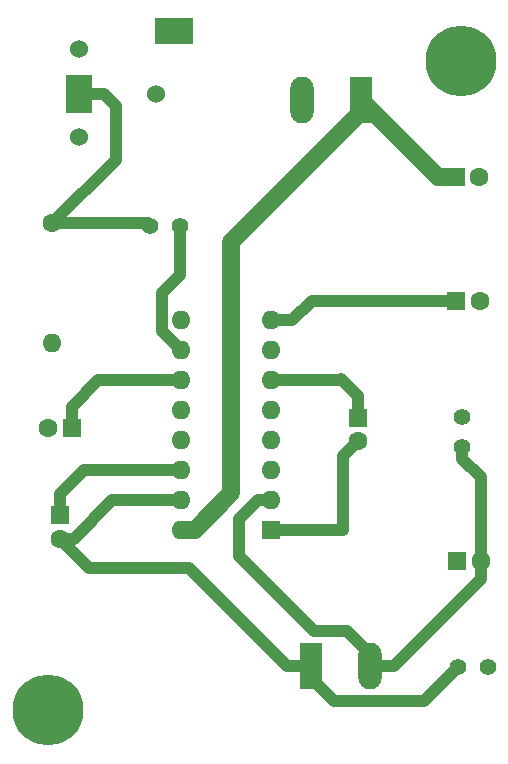
<source format=gbr>
G04 #@! TF.GenerationSoftware,KiCad,Pcbnew,5.0.2-5.fc29*
G04 #@! TF.CreationDate,2019-03-09T14:00:13+01:00*
G04 #@! TF.ProjectId,tea2025b_amp,74656132-3032-4356-925f-616d702e6b69,v1.0*
G04 #@! TF.SameCoordinates,Original*
G04 #@! TF.FileFunction,Copper,L2,Bot*
G04 #@! TF.FilePolarity,Positive*
%FSLAX46Y46*%
G04 Gerber Fmt 4.6, Leading zero omitted, Abs format (unit mm)*
G04 Created by KiCad (PCBNEW 5.0.2-5.fc29) date sob, 9 mar 2019, 14:00:13*
%MOMM*%
%LPD*%
G01*
G04 APERTURE LIST*
G04 #@! TA.AperFunction,ComponentPad*
%ADD10O,1.980000X3.960000*%
G04 #@! TD*
G04 #@! TA.AperFunction,ComponentPad*
%ADD11R,1.980000X3.960000*%
G04 #@! TD*
G04 #@! TA.AperFunction,WasherPad*
%ADD12C,1.524000*%
G04 #@! TD*
G04 #@! TA.AperFunction,ComponentPad*
%ADD13R,3.200000X2.200000*%
G04 #@! TD*
G04 #@! TA.AperFunction,ComponentPad*
%ADD14R,2.200000X3.200000*%
G04 #@! TD*
G04 #@! TA.AperFunction,ComponentPad*
%ADD15C,1.400000*%
G04 #@! TD*
G04 #@! TA.AperFunction,ComponentPad*
%ADD16C,1.600000*%
G04 #@! TD*
G04 #@! TA.AperFunction,ComponentPad*
%ADD17R,1.600000X1.600000*%
G04 #@! TD*
G04 #@! TA.AperFunction,ComponentPad*
%ADD18O,1.600000X1.600000*%
G04 #@! TD*
G04 #@! TA.AperFunction,WasherPad*
%ADD19C,6.000000*%
G04 #@! TD*
G04 #@! TA.AperFunction,Conductor*
%ADD20C,1.000000*%
G04 #@! TD*
G04 #@! TA.AperFunction,Conductor*
%ADD21C,1.500000*%
G04 #@! TD*
G04 APERTURE END LIST*
D10*
G04 #@! TO.P,J3,2*
G04 #@! TO.N,Net-(C6-Pad2)*
X158924000Y-117411500D03*
D11*
G04 #@! TO.P,J3,1*
G04 #@! TO.N,Net-(C7-Pad2)*
X153924000Y-117411500D03*
G04 #@! TD*
G04 #@! TO.P,J2,1*
G04 #@! TO.N,Net-(C5-Pad1)*
X158178500Y-69532500D03*
D10*
G04 #@! TO.P,J2,2*
G04 #@! TO.N,GND*
X153178500Y-69532500D03*
G04 #@! TD*
D12*
G04 #@! TO.P,J1,*
G04 #@! TO.N,*
X134302500Y-65201800D03*
X140804900Y-68961000D03*
X134302500Y-72669400D03*
D13*
G04 #@! TO.P,J1,2*
G04 #@! TO.N,GND*
X142302500Y-63661000D03*
D14*
G04 #@! TO.P,J1,1*
G04 #@! TO.N,Net-(C2-Pad2)*
X134302500Y-68961000D03*
G04 #@! TD*
D15*
G04 #@! TO.P,C2,2*
G04 #@! TO.N,Net-(C2-Pad2)*
X140311500Y-80137000D03*
G04 #@! TO.P,C2,1*
G04 #@! TO.N,Net-(C2-Pad1)*
X142811500Y-80137000D03*
G04 #@! TD*
D16*
G04 #@! TO.P,C7,2*
G04 #@! TO.N,Net-(C7-Pad2)*
X132715000Y-106648000D03*
D17*
G04 #@! TO.P,C7,1*
G04 #@! TO.N,Net-(C7-Pad1)*
X132715000Y-104648000D03*
G04 #@! TD*
D16*
G04 #@! TO.P,C6,2*
G04 #@! TO.N,Net-(C6-Pad2)*
X168306500Y-108521500D03*
D17*
G04 #@! TO.P,C6,1*
G04 #@! TO.N,Net-(C6-Pad1)*
X166306500Y-108521500D03*
G04 #@! TD*
D16*
G04 #@! TO.P,C5,2*
G04 #@! TO.N,GND*
X168179500Y-76009500D03*
D17*
G04 #@! TO.P,C5,1*
G04 #@! TO.N,Net-(C5-Pad1)*
X166179500Y-76009500D03*
G04 #@! TD*
D16*
G04 #@! TO.P,C4,2*
G04 #@! TO.N,GND*
X168243000Y-86487000D03*
D17*
G04 #@! TO.P,C4,1*
G04 #@! TO.N,Net-(C4-Pad1)*
X166243000Y-86487000D03*
G04 #@! TD*
D16*
G04 #@! TO.P,C3,2*
G04 #@! TO.N,Net-(C3-Pad2)*
X157924500Y-98393000D03*
D17*
G04 #@! TO.P,C3,1*
G04 #@! TO.N,Net-(C3-Pad1)*
X157924500Y-96393000D03*
G04 #@! TD*
D16*
G04 #@! TO.P,C1,2*
G04 #@! TO.N,GND*
X131667500Y-97282000D03*
D17*
G04 #@! TO.P,C1,1*
G04 #@! TO.N,Net-(C1-Pad1)*
X133667500Y-97282000D03*
G04 #@! TD*
D15*
G04 #@! TO.P,C9,2*
G04 #@! TO.N,GND*
X168870000Y-117538500D03*
G04 #@! TO.P,C9,1*
G04 #@! TO.N,Net-(C7-Pad2)*
X166370000Y-117538500D03*
G04 #@! TD*
G04 #@! TO.P,C8,2*
G04 #@! TO.N,GND*
X166751000Y-96369500D03*
G04 #@! TO.P,C8,1*
G04 #@! TO.N,Net-(C6-Pad2)*
X166751000Y-98869500D03*
G04 #@! TD*
D18*
G04 #@! TO.P,R1,2*
G04 #@! TO.N,GND*
X132016500Y-90107000D03*
D16*
G04 #@! TO.P,R1,1*
G04 #@! TO.N,Net-(C2-Pad2)*
X132016500Y-79947000D03*
G04 #@! TD*
D18*
G04 #@! TO.P,U1,16*
G04 #@! TO.N,Net-(C5-Pad1)*
X142938500Y-105918000D03*
G04 #@! TO.P,U1,8*
G04 #@! TO.N,Net-(C4-Pad1)*
X150558500Y-88138000D03*
G04 #@! TO.P,U1,15*
G04 #@! TO.N,Net-(C7-Pad2)*
X142938500Y-103378000D03*
G04 #@! TO.P,U1,7*
G04 #@! TO.N,GND*
X150558500Y-90678000D03*
G04 #@! TO.P,U1,14*
G04 #@! TO.N,Net-(C7-Pad1)*
X142938500Y-100838000D03*
G04 #@! TO.P,U1,6*
G04 #@! TO.N,Net-(C3-Pad1)*
X150558500Y-93218000D03*
G04 #@! TO.P,U1,13*
G04 #@! TO.N,GND*
X142938500Y-98298000D03*
G04 #@! TO.P,U1,5*
X150558500Y-95758000D03*
G04 #@! TO.P,U1,12*
X142938500Y-95758000D03*
G04 #@! TO.P,U1,4*
X150558500Y-98298000D03*
G04 #@! TO.P,U1,11*
G04 #@! TO.N,Net-(C1-Pad1)*
X142938500Y-93218000D03*
G04 #@! TO.P,U1,3*
G04 #@! TO.N,Net-(C6-Pad1)*
X150558500Y-100838000D03*
G04 #@! TO.P,U1,10*
G04 #@! TO.N,Net-(C2-Pad1)*
X142938500Y-90678000D03*
G04 #@! TO.P,U1,2*
G04 #@! TO.N,Net-(C6-Pad2)*
X150558500Y-103378000D03*
G04 #@! TO.P,U1,9*
G04 #@! TO.N,GND*
X142938500Y-88138000D03*
D17*
G04 #@! TO.P,U1,1*
G04 #@! TO.N,Net-(C3-Pad2)*
X150558500Y-105918000D03*
G04 #@! TD*
D19*
G04 #@! TO.P,REF\002A\002A,*
G04 #@! TO.N,*
X166619000Y-66174500D03*
G04 #@! TD*
G04 #@! TO.P,REF\002A\002A,*
G04 #@! TO.N,*
X131619000Y-121174500D03*
G04 #@! TD*
D20*
G04 #@! TO.N,Net-(C1-Pad1)*
X133667500Y-95482000D02*
X133667500Y-97282000D01*
X135931500Y-93218000D02*
X133667500Y-95482000D01*
X142938500Y-93218000D02*
X135931500Y-93218000D01*
G04 #@! TO.N,Net-(C2-Pad1)*
X141338499Y-89077999D02*
X141338499Y-85801001D01*
X142938500Y-90678000D02*
X141338499Y-89077999D01*
X142811500Y-84328000D02*
X142811500Y-80137000D01*
X141338499Y-85801001D02*
X142811500Y-84328000D01*
G04 #@! TO.N,Net-(C2-Pad2)*
X140121500Y-79947000D02*
X140311500Y-80137000D01*
X132016500Y-79947000D02*
X140121500Y-79947000D01*
X136402500Y-68961000D02*
X137414000Y-69972500D01*
X134302500Y-68961000D02*
X136402500Y-68961000D01*
X137414000Y-74549500D02*
X132016500Y-79947000D01*
X137414000Y-69972500D02*
X137414000Y-74549500D01*
G04 #@! TO.N,Net-(C3-Pad1)*
X157924500Y-94593000D02*
X156486000Y-93154500D01*
X157924500Y-96393000D02*
X157924500Y-94593000D01*
X151689870Y-93218000D02*
X150558500Y-93218000D01*
X156422500Y-93218000D02*
X151689870Y-93218000D01*
X156486000Y-93154500D02*
X156422500Y-93218000D01*
G04 #@! TO.N,Net-(C3-Pad2)*
X150558500Y-105918000D02*
X156654500Y-105918000D01*
X156654500Y-99663000D02*
X157924500Y-98393000D01*
X156654500Y-105918000D02*
X156654500Y-99663000D01*
G04 #@! TO.N,Net-(C4-Pad1)*
X150558500Y-88138000D02*
X152336500Y-88138000D01*
X153987500Y-86487000D02*
X166243000Y-86487000D01*
X152336500Y-88138000D02*
X153987500Y-86487000D01*
D21*
G04 #@! TO.N,Net-(C5-Pad1)*
X144069870Y-105918000D02*
X147193000Y-102794870D01*
X142938500Y-105918000D02*
X144069870Y-105918000D01*
X158178500Y-70522500D02*
X158178500Y-69532500D01*
X147193000Y-102794870D02*
X147193000Y-81508000D01*
X147193000Y-81508000D02*
X154215500Y-74485500D01*
X154215500Y-74485500D02*
X158178500Y-70522500D01*
X164655500Y-76009500D02*
X158178500Y-69532500D01*
X166179500Y-76009500D02*
X164655500Y-76009500D01*
D20*
G04 #@! TO.N,Net-(C6-Pad2)*
X168306500Y-107390130D02*
X168306500Y-108521500D01*
X168306500Y-101414949D02*
X168306500Y-107390130D01*
X166751000Y-99859449D02*
X168306500Y-101414949D01*
X166751000Y-98869500D02*
X166751000Y-99859449D01*
X168306500Y-109652870D02*
X168306500Y-108521500D01*
X168306500Y-110019000D02*
X168306500Y-109652870D01*
X160914000Y-117411500D02*
X168306500Y-110019000D01*
X158924000Y-117411500D02*
X160914000Y-117411500D01*
X156934000Y-114431500D02*
X154182500Y-114431500D01*
X158924000Y-117411500D02*
X158924000Y-116421500D01*
X158924000Y-116421500D02*
X156934000Y-114431500D01*
X154182500Y-114431500D02*
X147828000Y-108077000D01*
X149427130Y-103378000D02*
X150558500Y-103378000D01*
X147828000Y-104977130D02*
X149427130Y-103378000D01*
X147828000Y-108077000D02*
X147828000Y-104977130D01*
G04 #@! TO.N,Net-(C7-Pad2)*
X137116370Y-103378000D02*
X142938500Y-103378000D01*
X132715000Y-106648000D02*
X133846370Y-106648000D01*
X133846370Y-106648000D02*
X137116370Y-103378000D01*
X153924000Y-118401500D02*
X153924000Y-117411500D01*
X155914000Y-120391500D02*
X153924000Y-118401500D01*
X163517000Y-120391500D02*
X155914000Y-120391500D01*
X166370000Y-117538500D02*
X163517000Y-120391500D01*
X151934000Y-117411500D02*
X143615500Y-109093000D01*
X153924000Y-117411500D02*
X151934000Y-117411500D01*
X135160000Y-109093000D02*
X132715000Y-106648000D01*
X143615500Y-109093000D02*
X135160000Y-109093000D01*
G04 #@! TO.N,Net-(C7-Pad1)*
X132715000Y-102848000D02*
X132715000Y-104648000D01*
X134725000Y-100838000D02*
X132715000Y-102848000D01*
X142938500Y-100838000D02*
X134725000Y-100838000D01*
G04 #@! TD*
M02*

</source>
